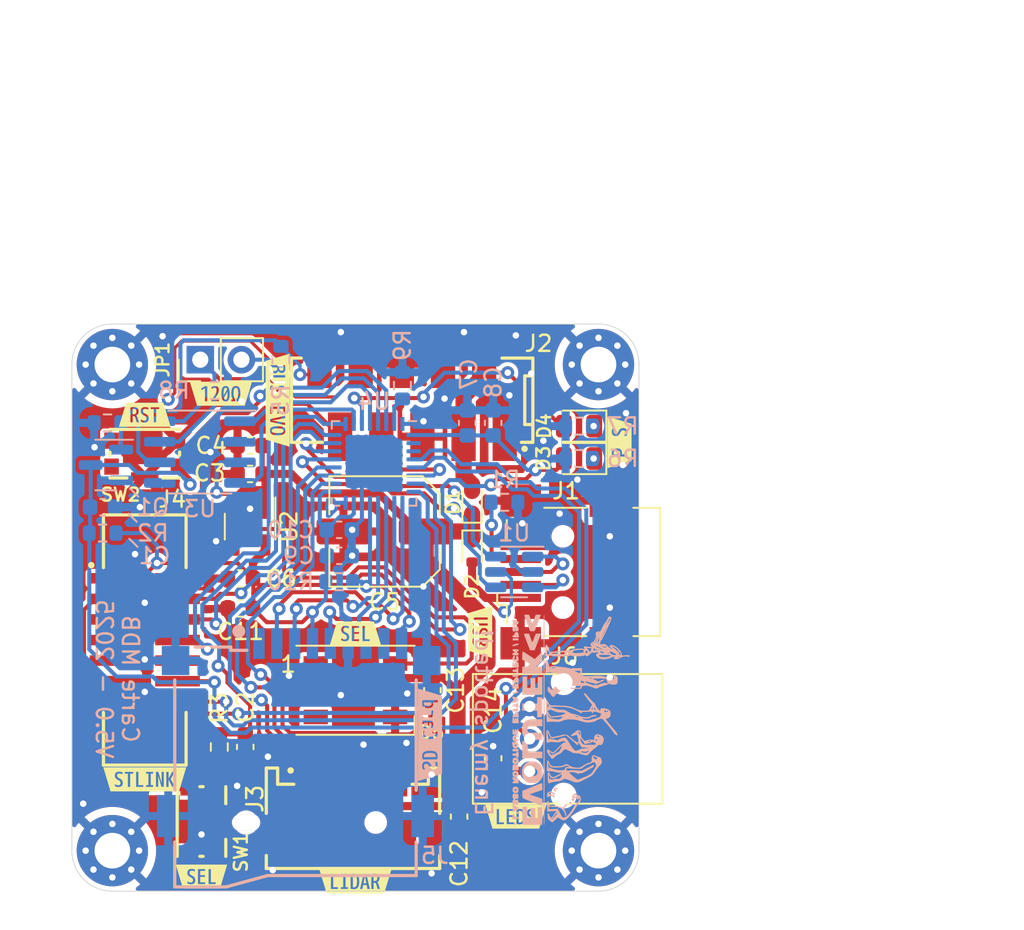
<source format=kicad_pcb>
(kicad_pcb (version 20221018) (generator pcbnew)
  (layers (0 "F.Cu" signal) (31 "B.Cu" signal) (34 "B.Paste" user) (35 "F.Paste" user) (36 "B.SilkS" user "B.Silkscreen") (37 "F.SilkS" user "F.Silkscreen") (38 "B.Mask" user) (39 "F.Mask" user) (44 "Edge.Cuts" user))
  (net 0 "")
  (net 1 "+5V")
  (net 2 "GND")
  (net 3 "/~{RST}")
  (net 4 "+3.3V")
  (net 5 "Net-(D3-K)")
  (net 6 "Net-(D4-K)")
  (net 7 "/STATUS")
  (net 8 "+5VA")
  (net 9 "VBUS")
  (net 10 "Net-(J1-D-)")
  (net 11 "Net-(J1-D+)")
  (net 12 "/AU")
  (net 13 "/RST")
  (net 14 "/CANH")
  (net 15 "/CANL")
  (net 16 "/LEDS")
  (net 17 "/LIDAR_RX")
  (net 18 "/LIDAR_TX")
  (net 19 "/LIDAR_PWM")
  (net 22 "/SWDIO")
  (net 23 "/SWCLK")
  (net 24 "/SWO")
  (net 27 "/VCP_RX")
  (net 28 "/VCP_TX")
  (net 29 "Net-(J1-ID)")
  (net 32 "Net-(JP1-B)")
  (net 33 "/LIDAR_SELECT")
  (net 38 "/CAN_TX")
  (net 39 "/CAN_RX")
  (net 40 "Net-(U3-Rs)")
  (net 42 "Net-(U4-PB8)")
  (net 44 "/USB_D-")
  (net 45 "/USB_D+")
  (net 48 "/SPI_NSS")
  (net 49 "/SPI_MOSI")
  (net 50 "/SPI_SCK")
  (net 51 "/SPI_MISO")
  (net 53 "/CD")
  (net 54 "/LIDAR_LED")
  (footprint "ConnectorsEvo:S03B-PASK" (layer "F.Cu") (at 110.75 108.1 -90)
    (fp_text reference "J6")
    (fp_text value "Leds")
  )
  (footprint "MountingHole:MountingHole_2.2mm_M2_Pad_Via" (layer "F.Cu") (at 85 115)
    (fp_text reference "H3" hide)
    (fp_text value "MountingHole_Pad")
  )
  (footprint "Capacitor_SMD:C_0603_1608Metric" (layer "F.Cu") (at 106.4 112.9 -90)
    (fp_text reference "C12")
    (fp_text value "4.7uF")
  )
  (footprint "kibuzzard-67293797" (layer "F.Cu") (at 87 88.1)
    (fp_text reference "kibuzzard-67293797" hide)
    (fp_text value "G***" hide)
  )
  (footprint "MountingHole:MountingHole_2.2mm_M2_Pad_Via" (layer "F.Cu") (at 85 85)
    (fp_text reference "H1" hide)
    (fp_text value "MountingHole_Pad")
  )
  (footprint "Capacitor_SMD:C_0603_1608Metric" (layer "F.Cu") (at 93.5 91.75 180)
    (fp_text reference "C3")
    (fp_text value "1uF")
  )
  (footprint "Capacitor_SMD:C_0603_1608Metric" (layer "F.Cu") (at 92.9 98.2 180)
    (fp_text reference "C6")
    (fp_text value "1uF")
  )
  (footprint "kibuzzard-67293975" (layer "F.Cu") (at 107.7 101.5 -90)
    (fp_text reference "kibuzzard-67293975" hide)
    (fp_text value "G***" hide)
  )
  (footprint "MountingHole:MountingHole_2.2mm_M2_Pad_Via" (layer "F.Cu") (at 115 115)
    (fp_text reference "H4" hide)
    (fp_text value "MountingHole_Pad")
  )
  (footprint "kibuzzard-6729394F" (layer "F.Cu") (at 116.3 89.8 90)
    (fp_text reference "kibuzzard-6729394F" hide)
    (fp_text value "G***" hide)
  )
  (footprint "Diode_SMD:D_SOD-523" (layer "F.Cu") (at 107.2 93.5 90)
    (fp_text reference "D1")
    (fp_text value "D")
  )
  (footprint "Capacitor_SMD:C_0603_1608Metric" (layer "F.Cu") (at 108.5 109.3 90)
    (fp_text reference "C14")
    (fp_text value "4.7uF")
  )
  (footprint "kibuzzard-67293839" (layer "F.Cu") (at 87 110.6)
    (fp_text reference "kibuzzard-67293839" hide)
    (fp_text value "G***" hide)
  )
  (footprint "ComponentsEvo:435431019830" (layer "F.Cu") (at 90.5 113.2 -90)
    (fp_text reference "SW1")
    (fp_text value "435431019830")
  )
  (footprint "Capacitor_SMD:C_0603_1608Metric" (layer "F.Cu") (at 104.75 105.1 -90)
    (fp_text reference "C13")
    (fp_text value "100nF")
  )
  (footprint "kibuzzard-672939DE" (layer "F.Cu") (at 100 101.6)
    (fp_text reference "kibuzzard-672939DE" hide)
    (fp_text value "G***" hide)
  )
  (footprint "ConnectorsEvo:648105131822" (layer "F.Cu") (at 99.85 113)
    (fp_text reference "J3")
    (fp_text value "Lidar")
  )
  (footprint "Connector_PinHeader_2.54mm:PinHeader_1x02_P2.54mm_Vertical" (layer "F.Cu") (at 90.425 84.7 90)
    (fp_text reference "JP1")
    (fp_text value "Jumper_2_Open")
  )
  (footprint "kibuzzard-672938AE" (layer "F.Cu") (at 91.7 86.8)
    (fp_text reference "kibuzzard-672938AE" hide)
    (fp_text value "G***" hide)
  )
  (footprint "ConnectorsEvo:USB_Mini-B_Wuerth_65100516121_Horizontal" (layer "F.Cu") (at 112.8 97.8 90)
    (fp_text reference "J1")
    (fp_text value "USB_B_Mini")
  )
  (footprint "LED_SMD:LED_WS2812B_PLCC4_5.0x5.0mm_P3.2mm" (layer "F.Cu") (at 100 105.1)
    (fp_text reference "D5")
    (fp_text value "WS2812B")
  )
  (footprint "Diode_SMD:D_SOD-523" (layer "F.Cu") (at 107.2 96.5 -90)
    (fp_text reference "D2")
    (fp_text value "D")
  )
  (footprint "kibuzzard-67293907" (layer "F.Cu") (at 95.2 87.2 -90)
    (fp_text reference "kibuzzard-67293907" hide)
    (fp_text value "G***" hide)
  )
  (footprint "kibuzzard-67293826" (layer "F.Cu") (at 90.5 116.6)
    (fp_text reference "kibuzzard-67293826" hide)
    (fp_text value "G***" hide)
  )
  (footprint "ConnectorsEvo:62701420621" (layer "F.Cu") (at 87 102 -90)
    (fp_text reference "J4")
    (fp_text value "STLINK")
  )
  (footprint "LED_SMD:LED_0805_2012Metric" (layer "F.Cu") (at 113.8 90.8 180)
    (fp_text reference "D3")
    (fp_text value "RED")
  )
  (footprint "LED_SMD:LED_0805_2012Metric" (layer "F.Cu") (at 113.8 88.8 180)
    (fp_text reference "D4")
    (fp_text value "GREEN")
  )
  (footprint "Package_TO_SOT_SMD:SOT-23-5" (layer "F.Cu") (at 93.5 95 -90)
    (fp_text reference "U2")
    (fp_text value "NCP718xSN330")
  )
  (footprint "kibuzzard-67293773" (layer "F.Cu") (at 100 116.9)
    (fp_text reference "kibuzzard-67293773" hide)
    (fp_text value "G***" hide)
  )
  (footprint "Capacitor_SMD:C_0603_1608Metric" (layer "F.Cu") (at 92.9 100.05 180)
    (fp_text reference "C11")
    (fp_text value "100nF")
  )
  (footprint "ComponentsEvo:435431019840" (layer "F.Cu") (at 87 90.5 180)
    (fp_text reference "SW2")
    (fp_text value "435431019840")
  )
  (footprint "kibuzzard-672938F5" (layer "F.Cu") (at 109.9 112.9)
    (fp_text reference "kibuzzard-672938F5" hide)
    (fp_text value "G***" hide)
  )
  (footprint "Capacitor_SMD:C_0603_1608Metric" (layer "F.Cu") (at 93.5 90 180)
    (fp_text reference "C4")
    (fp_text value "100nF")
  )
  (footprint "MountingHole:MountingHole_2.2mm_M2_Pad_Via" (layer "F.Cu") (at 115 85)
    (fp_text reference "H2" hide)
    (fp_text value "MountingHole_Pad")
  )
  (footprint "Capacitor_SMD:C_Elec_6.3x7.7" (layer "F.Cu") (at 101.8 95.3 180)
    (fp_text reference "C5")
    (fp_text value "100uF")
  )
  (footprint "Resistor_SMD:R_0603_1608Metric" (layer "F.Cu") (at 91.6 108.6 -90)
    (fp_text reference "R3")
    (fp_text value "10k")
  )
  (footprint "ConnectorsEvo:690367281076" (layer "F.Cu") (at 103.5 87.2 180)
    (fp_text reference "J2")
    (fp_text value "Conn_02x05_Odd_Even")
  )
  (footprint "Capacitor_SMD:C_0603_1608Metric" (layer "F.Cu") (at 93.2 108.6 -90)
    (fp_text reference "C2")
    (fp_text value "100nF")
  )
  (footprint "Resistor_SMD:R_0603_1608Metric" (layer "B.Cu") (at 102.9 86.3 90)
    (fp_text reference "R9")
    (fp_text value "10k")
  )
  (footprint "Resistor_SMD:R_0603_1608Metric" (layer "B.Cu") (at 113.8 88.8 180)
    (fp_text reference "R7")
    (fp_text value "1k")
  )
  (footprint "Resistor_SMD:R_0603_1608Metric" (layer "B.Cu") (at 99 98.4)
    (fp_text reference "R10")
    (fp_text value "10k")
  )
  (footprint "Capacitor_SMD:C_0603_1608Metric" (layer "B.Cu") (at 108.5 88.6 90)
    (fp_text reference "C8")
    (fp_text value "100nF")
  )
  (footprint "Resistor_SMD:R_0603_1608Metric" (layer "B.Cu") (at 84.4 95.4 180)
    (fp_text reference "R2")
    (fp_text value "10k")
  )
  (footprint "ComponentsEvo:QFN-32-1EP_5x5mm_P0.5mm_EP3.45x3.45mm-Without thermal pad" (layer "B.Cu") (at 101.15 91.1 180)
    (fp_text reference "U4")
    (fp_text value "STM32G491KEUx")
  )
  (footprint "Capacitor_SMD:C_0603_1608Metric" (layer "B.Cu") (at 84.4 93.8)
    (fp_text reference "C1")
    (fp_text value "100nF")
  )
  (footprint "Capacitor_SMD:C_0603_1608Metric" (layer "B.Cu") (at 99 96.8)
    (fp_text reference "C9")
    (fp_text value "100nF")
  )
  (footprint "Resistor_SMD:R_0603_1608Metric" (layer "B.Cu") (at 113.8 90.8 180)
    (fp_text reference "R6")
    (fp_text value "510")
  )
  (footprint "Resistor_SMD:R_0603_1608Metric" (layer "B.Cu") (at 109.2 93.5)
    (fp_text reference "R1")
    (fp_text value "10k")
  )
  (footprint "Package_TO_SOT_SMD:SOT-23" (layer "B.Cu") (at 84.6 91.2 180)
    (fp_text reference "Q1")
    (fp_text value "Q_NMOS_GSD")
  )
  (footprint "Capacitor_SMD:C_0603_1608Metric" (layer "B.Cu") (at 99 95.2)
    (fp_text reference "C10")
    (fp_text value "10nF")
  )
  (footprint "Package_SO:SOIC-8_3.9x4.9mm_P1.27mm" (layer "B.Cu") (at 90.4 90.4 180)
    (fp_text reference "U3")
    (fp_text value "MCP2551-I-SN")
  )
  (footprint "ConnectorsEvo:693071020811" (layer "B.Cu") (at 96.3 113.265 180)
    (fp_text reference "J5")
    (fp_text value "Micro_SD_Card_Det1")
    (fp_line (start 2.7 -0.5) (end 3.4 -0.5) (stroke (width 0.01)) (layer "Edge.Cuts"))
    (fp_line (start 3.4 0.5) (end 2.7 0.5) (stroke (width 0.01)) (layer "Edge.Cuts"))
    (fp_arc (start 2.7 0.5) (mid 2.2 0) (end 2.7 -0.5) (stroke (width 0.01)) (layer "Edge.Cuts"))
    (fp_arc (start 3.4 -0.5) (mid 3.9 0) (end 3.4 0.5) (stroke (width 0.01)) (layer "Edge.Cuts"))
  )
  (footprint "Resistor_SMD:R_0603_1608Metric" (layer "B.Cu") (at 95.4 84.7 -90)
    (fp_text reference "R5")
    (fp_text value "120")
  )
  (footprint "ComponentsEvo:logo-evo-min" (layer "B.Cu") (at 113.439233 106.823673 90)
    (fp_text reference "G***" hide)
    (fp_text value "LOGO" hide)
  )
  (footprint "Resistor_SMD:R_0603_1608Metric" (layer "B.Cu") (at 84.7 88.6 180)
    (fp_text reference "R4" hide)
    (fp_text value "10k")
  )
  (footprint "Package_TO_SOT_SMD:SOT-23-6" (layer "B.Cu") (at 109.8 97.8 180)
    (fp_text reference "U1")
    (fp_text value "WE-TVS-82400102")
  )
  (footprint "Capacitor_SMD:C_0603_1608Metric" (layer "B.Cu") (at 106.9 88.6 90)
    (fp_text reference "C7")
    (fp_text value "10uF")
  )
  (footprint "kibuzzard-672956A1" (layer "B.Cu") (at 104.6 107.85 90)
    (fp_text reference "kibuzzard-672956A1" hide)
    (fp_text value "G***" hide)
  )
  (footprint "Resistor_SMD:R_0603_1608Metric" (layer "B.Cu") (at 91.3 86.6 180)
    (fp_text reference "R8")
    (fp_text value "0")
  )
  (gr_line (start 86.6 93.15) (end 86.1 92.65) (stroke (width 0.12)) (layer "B.SilkS"))
  (gr_line (start 86.55 96.25) (end 86.05 95.75) (stroke (width 0.12)) (layer "B.SilkS"))
  (gr_line (start 86.5 94.7) (end 86 94.2) (stroke (width 0.12)) (layer "B.SilkS"))
  (gr_line (start 85 82.5) (end 115 82.5) (stroke (width 0.05)) (layer "Edge.Cuts"))
  (gr_line (start 117.5 85) (end 117.5 115) (stroke (width 0.05)) (layer "Edge.Cuts"))
  (gr_arc (start 85 117.5) (mid 83.232233 116.767767) (end 82.5 115) (stroke (width 0.05)) (layer "Edge.Cuts"))
  (gr_arc (start 82.5 85) (mid 83.232233 83.232233) (end 85 82.5) (stroke (width 0.05)) (layer "Edge.Cuts"))
  (gr_arc (start 115 82.5) (mid 116.767767 83.232233) (end 117.5 85) (stroke (width 0.05)) (layer "Edge.Cuts"))
  (gr_line (start 82.5 115) (end 82.5 85) (stroke (width 0.05)) (layer "Edge.Cuts"))
  (gr_arc (start 117.5 115) (mid 116.767767 116.767767) (end 115 117.5) (stroke (width 0.05)) (layer "Edge.Cuts"))
  (gr_line (start 115 117.5) (end 85 117.5) (stroke (width 0.05)) (layer "Edge.Cuts"))
  (gr_text "Carte MDB\nV5.0 - 2025" (at 85.3 104.4 -90) (layer "B.SilkS") (effects (font (size 1 1)) (justify mirror)))
  (gr_text "Enemy spotted!" (at 107.9 107.1 -90) (layer "B.SilkS") (effects (font (size 1 1)) (justify mirror)))
  (segment (start 106.3 105.25) (end 106.3 108.8) (width 1) (layer "F.Cu") (net 1))
  (segment (start 107.1 95.3) (end 107.2 95.2) (width 1) (layer "F.Cu") (net 1))
  (segment (start 108.15 103.4) (end 106.3 105.25) (width 1) (layer "F.Cu") (net 1))
  (segment (start 103.8 95.3) (end 101.45 92.95) (width 0.5) (layer "F.Cu") (net 1))
  (segment (start 106.4 112.125) (end 106.4 108.9) (width 0.5) (layer "F.Cu") (net 1))
  (segment (start 107.575 110.075) (end 108.5 110.075) (width 0.5) (layer "F.Cu") (net 1))
  (segment (start 94.45 92.75) (end 94.45 91.925) (width 0.5) (layer "F.Cu") (net 1))
  (segment (start 91.526911 92.975736) (end 92.875736 92.975736) (width 0.25) (layer "F.Cu") (net 1))
  (segment (start 93.101472 92.75) (end 94.45 92.75) (width 0.5) (layer "F.Cu") (net 1))
  (segment (start 92.55 93.301472) (end 92.875736 92.975736) (width 0.5) (layer "F.Cu") (net 1))
  (segment (start 106.3 105.25) (end 106.3 105.2) (width 0.5) (layer "F.Cu") (net 1))
  (segment (start 96.85 111.3) (end 97.8 112.25) (width 0.5) (layer "F.Cu") (net 1))
  (segment (start 97.8 112.25) (end 106.275 112.25) (width 0.5) (layer "F.Cu") (net 1))
  (segment (start 106.3 105.2) (end 105.425 104.325) (width 0.5) (layer "F.Cu") (net 1))
  (segment (start 107.2 95.2) (end 107.2 95.8) (width 1) (layer "F.Cu") (net 1))
  (segment (start 92.55 93.8625) (end 92.55 93.301472) (width 0.5) (layer "F.Cu") (net 1))
  (segment (start 104.3375 97.0375) (end 108.15 100.85) (width 1) (layer "F.Cu") (net 1))
  (segment (start 104.3375 95.3) (end 107.1 95.3) (width 1) (layer "F.Cu") (net 1))
  (segment (start 92.875736 92.975736) (end 93.101472 92.75) (width 0.5) (layer "F.Cu") (net 1))
  (segment (start 106.3 108.8) (end 107.575 110.075) (width 0.5) (layer "F.Cu") (net 1))
  (segment (start 108.15 100.85) (end 108.15 103.4) (width 1) (layer "F.Cu") (net 1))
  (segment (start 97.55 103.45) (end 97.55 103.55) (width 0.5) (layer "F.Cu") (net 1))
  (segment (start 96.05 91.75) (end 94.275 91.75) (width 0.5) (layer "F.Cu") (net 1))
  (segment (start 104.3375 95.3) (end 103.8 95.3) (width 0.5) (layer "F.Cu") (net 1))
  (segment (start 98.35 104.35) (end 104.725 104.35) (width 0.5) (layer "F.Cu") (net 1))
  (segment (start 94.275 90) (end 94.275 91.75) (width 0.25) (layer "F.Cu") (net 1))
  (segment (start 104.3375 95.3) (end 104.3375 97.0375) (width 1) (layer "F.Cu") (net 1))
  (segment (start 106.275 112.25) (end 106.4 112.125) (width 0.5) (layer "F.Cu") (net 1))
  (segment (start 91.435985 92.88481) (end 91.526911 92.975736) (width 0.25) (layer "F.Cu") (net 1))
  (segment (start 96.85 110.35) (end 96.85 111.3) (width 0.5) (layer "F.Cu") (net 1))
  (segment (start 101.45 92.95) (end 97.25 92.95) (width 0.5) (layer "F.Cu") (net 1))
  (segment (start 94.45 91.925) (end 94.275 91.75) (width 0.5) (layer "F.Cu") (net 1))
  (segment (start 106.4 108.9) (end 106.3 108.8) (width 0.5) (layer "F.Cu") (net 1))
  (segment (start 105.425 104.325) (end 104.75 104.325) (width 0.5) (layer "F.Cu") (net 1))
  (segment (start 94.45 93.8625) (end 94.45 92.75) (width 0.5) (layer "F.Cu") (net 1))
  (segment (start 108.5 110.075) (end 110.575 110.075) (width 0.5) (layer "F.Cu") (net 1))
  (segment (start 107.2 94.2) (end 107.2 95.2) (width 1) (layer "F.Cu") (net 1))
  (segment (start 97.55 103.55) (end 98.35 104.35) (width 0.5) (layer "F.Cu") (net 1))
  (segment (start 110.575 110.075) (end 110.6 110.1) (width 0.5) (layer "F.Cu") (net 1))
  (segment (start 97.25 92.95) (end 96.05 91.75) (width 0.5) (layer "F.Cu") (net 1))
  (via (at 91.435985 92.88481) (size 0.8) (drill 0.4) (layers "F.Cu" "B.Cu") (net 1))
  (segment (start 91.435985 92.88481) (end 91.435985 91.264015) (width 0.25) (layer "B.Cu") (net 1))
  (segment (start 91.665 91.035) (end 92.875 91.035) (width 0.25) (layer "B.Cu") (net 1))
  (segment (start 91.435985 91.264015) (end 91.665 91.035) (width 0.25) (layer "B.Cu") (net 1))
  (segment (start 84.98 104.54) (end 86.84 104.54) (width 0.25) (layer "F.Cu") (net 2))
  (segment (start 91.6 109.425) (end 93.15 109.425) (width 0.5) (layer "F.Cu") (net 2))
  (segment (start 112 96) (end 111.8 96.2) (width 0.2) (layer "F.Cu") (net 2))
  (segment (start 87.05 103.25) (end 87 103.2) (width 0.25) (layer "F.Cu") (net 2))
  (segment (start 110.3 93.5) (end 110.2 93.4) (width 0.5) (layer "F.Cu") (net 2))
  (segment (start 91.335 98.2) (end 90.7 98.835) (width 0.2) (layer "F.Cu") (net 2))
  (segment (start 87.05 104.33) (end 87.05 103.25) (width 0.25) (layer "F.Cu") (net 2))
  (segment (start 92.125 98.2) (end 91.335 98.2) (width 0.2) (layer "F.Cu") (net 2))
  (segment (start 110.3 94.8) (end 110.2 94.9) (width 0.5) (layer "F.Cu") (net 2))
  (segment (start 87.34 98.835) (end 87 99.175) (width 0.2) (layer "F.Cu") (net 2))
  (segment (start 111.8 96.2) (end 110.2 96.2) (width 0.2) (layer "F.Cu") (net 2))
  (segment (start 90.7 98.835) (end 87.34 98.835) (width 0.2) (layer "F.Cu") (net 2))
  (segment (start 110.2 94.9) (end 110.2 96.2) (width 0.5) (layer "F.Cu") (net 2))
  (segment (start 91.6 109.8) (end 92.7 110.9) (width 0.5) (layer "F.Cu") (net 2))
  (segment (start 87 99.175) (end 87 99.7) (width 0.2) (layer "F.Cu") (net 2))
  (segment (start 110.3 94.8) (end 110.3 93.5) (width 0.5) (layer "F.Cu") (net 2))
  (segment (start 112.6 94.2) (end 112 94.8) (width 0.2) (layer "F.Cu") (net 2))
  (segment (start 112 94.8) (end 112 96) (width 0.2) (layer "F.Cu") (net 2))
  (segment (start 91.6 109.425) (end 91.6 109.8) (width 0.5) (layer "F.Cu") (net 2))
  (segment (start 101.35 110.35) (end 101.35 109.306302) (width 0.5) (layer "F.Cu") (net 2))
  (segment (start 93.15 109.425) (end 93.2 109.375) (width 0.5) (layer "F.Cu") (net 2))
  (segment (start 101.35 109.306302) (end 100.5 108.456302) (width 0.5) (layer "F.Cu") (net 2))
  (segment (start 86.84 104.54) (end 87.05 104.33) (width 0.25) (layer "F.Cu") (net 2))
  (segment (start 110.3 94.7) (end 110.3 94.8) (width 0.25) (layer "F.Cu") (net 2))
  (segment (start 92.7 110.9) (end 92.7 111) (width 0.5) (layer "F.Cu") (net 2))
  (via (at 111.6 89.7) (size 0.8) (drill 0.4) (layers "F.Cu" "B.Cu") (net 2))
  (via (at 104.19378 98.692719) (size 0.8) (drill 0.4) (layers "F.Cu" "B.Cu") (net 2))
  (via (at 113.4 103.4) (size 0.8) (drill 0.4) (layers "F.Cu" "B.Cu") (net 2))
  (via (at 106.7 83) (size 0.8) (drill 0.4) (layers "F.Cu" "B.Cu") (net 2))
  (via (at 116.5 91.2) (size 0.8) (drill 0.4) (layers "F.Cu" "B.Cu") (net 2))
  (via (at 83.9 90.1) (size 0.8) (drill 0.4) (layers "F.Cu" "B.Cu") (net 2))
  (via (at 103.2 105.3) (size 0.8) (drill 0.4) (layers "F.Cu" "B.Cu") (net 2))
  (via (at 94.6 109.2) (size 0.8) (drill 0.4) (layers "F.Cu" "B.Cu") (net 2))
  (via (at 87 103.2) (size 0.8) (drill 0.4) (layers "F.Cu" "B.Cu") (net 2))
  (via (at 94.9 116.2) (size 0.8) (drill 0.4) (layers "F.Cu" "B.Cu") (net 2))
  (via (at 115.7 104.3) (size 0.8) (drill 0.4) (layers "F.Cu" "B.Cu") (net 2))
  (via (at 91.05 90.4) (size 0.8) (drill 0.4) (layers "F.Cu" "B.Cu") (net 2))
  (via (at 104.2 88.5) (size 0.8) (drill 0.4) (layers "F.Cu" "B.Cu") (net 2))
  (via (at 99.8 96.8) (size 0.8) (drill 0.4) (layers "F.Cu" "B.Cu") (net 2))
  (via (at 109.9 83.2) (size 0.8) (drill 0.4) (layers "F.Cu" "B.Cu") (net 2))
  (via (at 87 99.7) (size 0.8) (drill 0.4) (layers "F.Cu" "B.Cu") (net 2))
  (via (at 113.7 92.1) (size 0.8) (drill 0.4) (layers "F.Cu" "B.Cu") (net 2))
  (via (at 99.8 95.2) (size 0.8) (drill 0.4) (layers "F.Cu" "B.Cu") (net 2))
  (via (at 93.5 93.9) (size 0.8) (drill 0.4) (layers "F.Cu" "B.Cu") (net 2))
  (via (at 103.15 108.35) (size 0.8) (drill 0.4) (layers "F.Cu" "B.Cu") (net 2))
  (via (at 109.5 86.9) (size 0.8) (drill 0.4) (layers "F.Cu" "B.Cu") (net 2))
  (via (at 92.974315 87.2755) (size 0.8) (drill 0.4) (layers "F.Cu" "B.Cu") (net 2))
  (via (at 107.8 111.4) (size 0.8) (drill 0.4) (layers "F.Cu" "B.Cu") (net 2))
  (via (at 99.1 83) (size 0.8) (drill 0.4) (layers "F.Cu" "B.Cu") (net 2))
  (via (at 86.4 96.7) (size 0.8) (drill 0.4) (layers "F.Cu" "B.Cu") (net 2))
  (via (at 104.7 110.3) (size 0.8) (drill 0.4) (layers "F.Cu" "B.Cu") (net 2))
  (via (at 105.5 87.1) (size 0.8) (drill 0.4) (layers "F.Cu" "B.Cu") (net 2))
  (via (at 87 105.2) (size 0.8) (drill 0.4) (layers "F.Cu" "B.Cu") (net 2))
  (via (at 86.7 93.8) (size 0.8) (drill 0.4) (layers "F.Cu" "B.Cu") (net 2))
  (via (at 88.1 83.25) (size 0.8) (drill 0.4) (layers "F.Cu" "B.Cu") (net 2))
  (via (at 115.7 100) (size 0.8) (drill 0.4) (layers "F.Cu" "B.Cu") (net 2))
  (via (at 108.5 108.55) (size 0.8) (drill 0.4) (layers "F.Cu" "B.Cu") (net 2))
  (via (at 116.7 88) (size 0.8) (drill 0.4) (layers "F.Cu" "B.Cu") (net 2))
  (via (at 98.5245 93.7995) (size 0.8) (drill 0.4) (layers "F.Cu" "B.Cu") (net 2))
  (via (at 83.2 112.1) (size 0.8) (drill 0.4) (layers "F.Cu" "B.Cu") (net 2))
  (via (at 90.5 114) (size 0.8) (drill 0.4) (layers "F.Cu" "B.Cu") (net 2))
  (via (at 92.7 111) (size 0.8) (drill 0.4) (layers "F.Cu" "B.Cu") (net 2))
  (via (at 91.4 95.9) (size 0.8) (drill 0.4) (layers "F.Cu" "B.Cu") (net 2))
  (via (at 99.1 105.4) (size 0.8) (drill 0.4) (layers "F.Cu" "B.Cu") (net 2))
  (via (at 115.7 95.6) (size 0.8) (drill 0.4) (layers "F.Cu" "B.Cu") (net 2))
  (via (at 110.3 94.8) (size 0.8) (drill 0.4) (layers "F.Cu" "B.Cu") (net 2))
  (via (at 104.7 116.4) (size 0.8) (drill 0.4) (layers "F.Cu" "B.Cu") (net 2))
  (via (at 110.85 85.55) (size 0.8) (drill 0.4) (layers "F.Cu" "B.Cu") (net 2))
  (via (at 112.6 94.2) (size 0.8) (drill 0.4) (layers "F.Cu" "B.Cu") (net 2))
  (via (at 100.5 108.456302) (size 0.8) (drill 0.4) (layers "F.Cu" "B.Cu") (net 2))
  (via (at 95.9 104.2) (size 0.8) (drill 0.4) (layers "F.Cu" "B.Cu") (net 2))
  (segment (start 83.2 90.1) (end 82.625 90.675) (width 0.2) (layer "B.Cu") (net 2))
  (segment (start 99.1 97.475) (end 99.775 96.8) (width 0.25) (layer "B.Cu") (net 2))
  (segment (start 99.775 96.8) (end 99.8 96.8) (width 0.25) (layer "B.Cu") (net 2))
  (segment (start 84.25 92.75) (end 85.175 93.675) (width 0.25) (layer "B.Cu") (net 2))
  (segment (start 84.3 92.15) (end 84.25 92.2) (width 0.25) (layer "B.Cu") (net 2))
  (segment (start 103.95 105.3) (end 103.2 105.3) (width 0.5) (layer "B.Cu") (net 2))
  (segment (start 102.9 88.6625) (end 104.0375 88.6625) (width 0.2) (layer "B.Cu") (net 2))
  (segment (start 99.775 95.2) (end 99.775 95.2) (width 0.25) (layer "B.Cu") (net 2))
  (segment (start 99.55 102.215) (end 99.55 100.95) (width 0.25) (layer "B.Cu") (net 2))
  (segment (start 104.4 104.85) (end 103.95 105.3) (width 0.5) (layer "B.Cu") (net 2))
  (segment (start 86.7 93.8) (end 86.7 92.85) (width 0.25) (layer "B.Cu") (net 2))
  (segment (start 98.5245 93.7995) (end 98.7865 93.5375) (width 0.25) (layer "B.Cu") (net 2))
  (segment (start 82.625 111.525) (end 83.2 112.1) (width 0.2) (layer "B.Cu") (net 2))
  (segment (start 110.025 94.525) (end 110.025 93.5) (width 0.25) (layer "B.Cu") (net 2))
  (segment (start 104.4 98.898939) (end 104.4 103.265) (width 0.5) (layer "B.Cu") (net 2))
  (segment (start 99.136836 100.090978) (end 99.120663 100.074805) (width 0.25) (layer "B.Cu") (net 2))
  (segment (start 85.175 93.8) (end 86.7 93.8) (width 0.5) (layer "B.Cu") (net 2))
  (segment (start 82.625 90.675) (end 82.625 111.525) (width 0.2) (layer "B.Cu") (net 2))
  (segment (start 86.7 92.85) (end 86 92.15) (width 0.25) (layer "B.Cu") (net 2))
  (segment (start 99.120663 100.074805) (end 99.120663 98.913125) (width 0.25) (layer "B.Cu") (net 2))
  (segment (start 85.5375 92.15) (end 84.3 92.15) (width 0.25) (layer "B.Cu") (net 2))
  (segment (start 85.175 93.675) (end 85.175 93.8) (width 0.25) (layer "B.Cu") (net 2))
  (segment (start 110.3 94.8) (end 110.025 94.525) (width 0.25) (layer "B.Cu") (net 2))
  (segment (start 99.120663 98.913125) (end 99.1 98.892462) (width 0.25) (layer "B.Cu") (net 2))
  (segment (start 104.0375 88.6625) (end 104.2 88.5) (width 0.2) (layer "B.Cu") (net 2))
  (segment (start 99.775 95.2) (end 99.8 95.2) (width 0.25) (layer "B.Cu") (net 2))
  (segment (start 109.8 97.346751) (end 109.8 95.3) (width 0.25) (layer "B.Cu") (net 2))
  (segment (start 98.7865 93.5375) (end 99.4 93.5375) (width 0.25) (layer "B.Cu") (net 2))
  (segment (start 100.4 94.575) (end 100.4 93.5375) (width 0.25) (layer "B.Cu") (net 2))
  (segment (start 91.685 89.765) (end 91.05 90.4) (width 0.5) (layer "B.Cu") (net 2))
  (segment (start 99.55 100.95) (end 99.136836 100.536836) (width 0.25) (layer "B.Cu") (net 2))
  (segment (start 99.8 95.2) (end 99.8 95.175) (width 0.25) (layer "B.Cu") (net 2))
  (segment (start 86 92.15) (end 85.5375 92.15) (width 0.25) (layer "B.Cu") (net 2))
  (segment (start 99.8 96.8) (end 99.775 95.2) (width 0.25) (layer "B.Cu") (net 2))
  (segment (start 99.136836 100.536836) (end 99.136836 100.090978) (width 0.25) (layer "B.Cu") (net 2))
  (segment (start 110.9375 97.8) (end 110.253249 97.8) (width 0.25) (layer "B.Cu") (net 2))
  (segment (start 104.4 103.265) (end 104.4 104.85) (width 0.5) (layer "B.Cu") (net 2))
  (segment (start 110.253249 97.8) (end 109.8 97.346751) (width 0.25) (layer "B.Cu") (net 2))
  (segment (start 84.25 92.2) (end 84.25 92.75) (width 0.25) (layer "B.Cu") (net 2))
  (segment (start 99.8 95.175) (end 100.4 94.575) (width 0.25) (layer "B.Cu") (net 2))
  (segment (start 92.875 89.765) (end 91.685 89.765) (width 0.5) (layer "B.Cu") (net 2))
  (segment (start 99.1 98.892462) (end 99.1 97.475) (width 0.25) (layer "B.Cu") (net 2))
  (segment (start 109.8 95.3) (end 110.3 94.8) (width 0.25) (layer "B.Cu") (net 2))
  (segment (start 83.9 90.1) (end 83.2 90.1) (width 0.2) (layer "B.Cu") (net 2))
  (segment (start 104.19378 98.692719) (end 104.4 98.898939) (width 0.5) (layer "B.Cu") (net 2))
  (segment (start 89.8 92.4) (end 89.8 92.05) (width 0.25) (layer "F.Cu") (net 3))
  (segment (start 89.02 104.54) (end 91.24 104.54) (width 0.25) (layer "F.Cu") (net 3))
  (segment (start 89.8 92.05) (end 89.05 91.3) (width 0.25) (layer "F.Cu") (net 3))
  (segment (start 91.24 104.54) (end 91.3 104.6) (width 0.25) (layer "F.Cu") (net 3))
  (via (at 91.3 104.6) (size 0.8) (drill 0.4) (layers "F.Cu" "B.Cu") (net 3))
  (via (at 89.8 92.4) (size 0.8) (drill 0.4) (layers "F.Cu" "B.Cu") (net 3))
  (segment (start 93.26175 107.725451) (end 92.289055 107.725451) (width 0.25) (layer "B.Cu") (net 3))
  (segment (start 114.25 101.05) (end 107.9 107.4) (width 0.25) (layer "B.Cu") (net 3))
  (segment (start 87.835 104.6) (end 91.3 104.6) (width 0.25) (layer "B.Cu") (net 3))
  (segment (start 83.6625 93.7625) (end 83.625 93.8) (width 0.25) (layer "B.Cu") (net 3))
  (segment (start 114.25 93.931802) (end 114.25 101.05) (width 0.25) (layer "B.Cu") (net 3))
  (segment (start 110.786396 92.25) (end 111.186396 92.65) (width 0.25) (layer "B.Cu") (net 3))
  (segment (start 83.575 102.575) (end 85.25 104.25) (width 0.25) (layer "B.Cu") (net 3))
  (segment (start 87.485 104.25) (end 87.835 104.6) (width 0.25) (layer "B.Cu") (net 3))
  (segment (start 106.524952 91.15) (end 108.736699 91.15) (width 0.25) (layer "B.Cu") (net 3))
  (segment (start 86.04 91.2) (end 83.6625 91.2) (width 0.25) (layer "B.Cu") (net 3))
  (segment (start 111.186396 92.65) (end 112.968198 92.65) (width 0.25) (layer "B.Cu") (net 3))
  (segment (start 112.968198 92.65) (end 114.25 93.931802) (width 0.25) (layer "B.Cu") (net 3))
  (segment (start 85.25 104.25) (end 87.485 104.25) (width 0.25) (layer "B.Cu") (net 3))
  (segment (start 104.6505 90.2995) (end 105.674452 90.2995) (width 0.25) (layer "B.Cu") (net 3))
  (segment (start 104.1 90.85) (end 104.6505 90.2995) (width 0.25) (layer "B.Cu") (net 3))
  (segment (start 83.575 95.4) (end 83.625 95.35) (width 0.25) (layer "B.Cu") (net 3))
  (segment (start 107.9 107.4) (end 93.587201 107.4) (width 0.25) (layer "B.Cu") (net 3))
  (segment (start 93.587201 107.4) (end 93.26175 107.725451) (width 0.25) (layer "B.Cu") (net 3))
  (segment (start 89.08 91.68) (end 86.52 91.68) (width 0.25) (layer "B.Cu") (net 3))
  (segment (start 89.08 91.68) (end 89.8 92.4) (width 0.25) (layer "B.Cu") (net 3))
  (segment (start 92.289055 107.725451) (end 91.3 106.736396) (width 0.25) (layer "B.Cu") (net 3))
  (segment (start 86.52 91.68) (end 86.04 91.2) (width 0.25) (layer "B.Cu") (net 3))
  (segment (start 108.736699 91.15) (end 109.836699 92.25) (width 0.25) (layer "B.Cu") (net 3))
  (segment (start 83.625 95.35) (end 83.625 93.8) (width 0.25) (layer "B.Cu") (net 3))
  (segment (start 83.575 95.4) (end 83.575 102.575) (width 0.25) (layer "B.Cu") (net 3))
  (segment (start 83.6625 91.2) (end 83.6625 93.7625) (width 0.25) (layer "B.Cu") (net 3))
  (segment (start 109.836699 92.25) (end 110.786396 92.25) (width 0.25) (layer "B.Cu") (net 3))
  (segment (start 105.674452 90.2995) (end 106.524952 91.15) (width 0.25) (layer "B.Cu") (net 3))
  (segment (start 91.3 106.736396) (end 91.3 104.6) (width 0.25) (layer "B.Cu") (net 3))
  (segment (start 103.5875 90.85) (end 104.1 90.85) (width 0.25) (layer "B.Cu") (net 3))
  (segment (start 83.95 111.2) (end 89.65 111.2) (width 0.25) (layer "F.Cu") (net 4))
  (segment (start 104.986396 101.35) (end 101.598945 97.962549) (width 0.25) (layer "F.Cu") (net 4))
  (segment (start 99.737744 98.6) (end 94.2 98.6) (width 0.25) (layer "F.Cu") (net 4))
  (segment (start 112.4 91.5) (end 112.8625 91.0375) (width 0.25) (layer "F.Cu") (net 4))
  (segment (start 87.75 97.25) (end 92.725 97.25) (width 0.25) (layer "F.Cu") (net 4))
  (segment (start 87 98) (end 87.75 97.25) (width 0.25) (layer "F.Cu") (net 4))
  (segment (start 93.675 100.05) (end 93.7 100.025) (width 0.25) (layer "F.Cu") (net 4))
  (segment (start 108.700998 92.075) (end 110.525 92.075) (width 0.25) (layer "F.Cu") (net 4))
  (segment (start 84.98 99.46) (end 83.925 99.46) (width 0.25) (layer "F.Cu") (net 4))
  (segment (start 108.350498 92.4255) (end 108.700998 92.075) (width 0.25) (layer "F.Cu") (net 4))
  (segment (start 101.598945 97.962549) (end 100.375195 97.962549) (width 0.25) (layer "F.Cu") (net 4))
  (segment (start 84.98 99.46) (end 86.065 99.46) (width 0.25) (layer "F.Cu") (net 4))
  (segment (start 94.45 96.45) (end 93.675 97.225) (width 0.5) (layer "F.Cu") (net 4))
  (segment (start 83.25 100.135) (end 83.25 110.5) (width 0.25) (layer "F.Cu") (net 4))
  (segment (start 94.525 100.9) (end 93.675 100.05) (width 0.25) (layer "F.Cu") (net 4))
  (segment (start 93.7 98.225) (end 93.675 98.2) (width 0.25) (layer "F.Cu") (net 4))
  (segment (start 97.346403 100.2745) (end 96.720903 100.9) (width 0.25) (layer "F.Cu") (net 4))
  (segment (start 93.7 100.025) (end 93.7 99.1) (width 0.25) (layer "F.Cu") (net 4))
  (segment (start 93.675 97.225) (end 93.675 98.2) (width 0.5) (layer "F.Cu") (net 4))
  (segment (start 110.525 92.075) (end 111.1 91.5) (width 0.25) (layer "F.Cu") (net 4))
  (segment (start 106.45 101.35) (end 104.986396 101.35) (width 0.25) (layer "F.Cu") (net 4))
  (segment (start 111.1 91.5) (end 112.4 91.5) (width 0.25) (layer "F.Cu") (net 4))
  (segment (start 112.8625 91.0375) (end 112.8625 90.8) (width 0.25) (layer "F.Cu") (net 4))
  (segment (start 86.065 99.46) (end 87 98.525) (width 0.25) (layer "F.Cu") (net 4))
  (segment (start 89.65 111.2) (end 89.7 111.15) (width 0.25) (layer "F.Cu") (net 4))
  (segment (start 94.2 98.6) (end 93.7 99.1) (width 0.25) (layer "F.Cu") (net 4))
  (segment (start 83.925 99.46) (end 83.25 100.135) (width 0.25) (layer "F.Cu") (net 4))
  (segment (start 96.720903 100.9) (end 94.525 100.9) (width 0.25) (layer "F.Cu") (net 4))
  (segment (start 87 98.525) (end 87 98) (width 0.25) (layer "F.Cu") (net 4))
  (segment (start 94.45 96.1375) (end 94.45 96.45) (width 0.5) (layer "F.Cu") (net 4))
  (segment (start 93.7 99.1) (end 93.7 98.225) (width 0.25) (layer "F.Cu") (net 4))
  (segment (start 92.725 97.25) (end 93.675 98.2) (width 0.25) (layer "F.Cu") (net 4))
  (segment (start 83.25 110.5) (end 83.95 111.2) (width 0.25) (layer "F.Cu") (net 4))
  (segment (start 100.375195 97.962549) (end 99.737744 98.6) (width 0.25) (layer "F.Cu") (net 4))
  (via (at 106.45 101.35) (size 0.8) (drill 0.4) (layers "F.Cu" "B.Cu") (net 4))
  (via (at 97.346403 100.2745) (size 0.8) (drill 0.4) (layers "F.Cu" "B.Cu") (net 4))
  (via (at 111.1 91.5) (size 0.8) (drill 0.4) (layers "F.Cu" "B.Cu") (net 4))
  (via (at 108.350498 92.4255) (size 0.8) (drill 0.4) (layers "F.Cu" "B.Cu") (net 4))
  (via (at 87.75 97.25) (size 0.8) (drill 0.4) (layers "F.Cu" "B.Cu") (net 4))
  (segment (start 98.175 99.445903) (end 98.175 98.4) (width 0.25) (layer "B.Cu") (net 4))
  (segment (start 106.45 101.35) (end 105.9 100.8) (width 0.25) (layer "B.Cu") (net 4))
  (segment (start 99.025 94.4) (end 99.7 94.4) (width 0.25) (layer "B.Cu") (net 4))
  (segment (start 105.9 100.8) (end 105.9 94.706029) (width 0.25) (layer "B.Cu") (net 4))
  (segment (start 108.275998 92.5) (end 108.350498 92.4255) (width 0.25) (layer "B.Cu") (net 4))
  (segment (start 97.346403 100.2745) (end 97.35 100.278097) (width 0.25) (layer "B.Cu") (net 4))
  (segment (start 99.7 94.4) (end 99.9 94.2) (width 0.25) (layer "B.Cu") (net 4))
  (segment (start 98.225 95.2) (end 98.225 96.8) (width 0.25) (layer "B.Cu") (net 4))
  (segment (start 108.5 89.4) (end 108.5 89.375) (width 0.25) (layer "B.Cu") (net 4))
  (segment (start 87 95.4) (end 87.75 96.15) (width 0.25) (layer "B.Cu") (net 4))
  (segment (start 97.8 93.1) (end 98.05 92.85) (width 0.25) (layer "B.Cu") (net 4))
  (segment (start 87.75 96.15) (end 87.75 97.25) (width 0.25) (layer "B.Cu") (net 4))
  (segment (start 98.225 98.35) (end 98.175 98.4) (width 0.25) (layer "B.Cu") (net 4))
  (segment (start 97.35 100.278097) (end 97.35 100.85) (width 0.25) (layer "B.Cu") (net 4))
  (segment (start 106.875 89.35) (end 106.9 89.375) (width 0.25) (layer "B.Cu") (net 4))
  (segment (start 97.35 100.85) (end 97.35 100.270903) (width 0.25) (layer "B.Cu") (net 4))
  (segment (start 98.225 96.8) (end 98.225 98.35) (width 0.25) (layer "B.Cu") (net 4))
  (segment (start 98.225 95.2) (end 99.025 94.4) (width 0.25) (layer "B.Cu") (net 4))
  (segment (start 105.359638 94.165667) (end 105.359638 92.569099) (width 0.25) (layer "B.Cu") (net 4))
  (segment (start 105.9 94.706029) (end 105.359638 94.165667) (width 0.25) (layer "B.Cu") (net 4))
  (segment (start 99.9 94.2) (end 99.9 93.5375) (width 0.25) (layer "B.Cu") (net 4))
  (segment (start 110.6 91.5) (end 108.5 89.4) (width 0.25) (layer "B.Cu") (net 4))
  (segment (start 105.359638 92.569099) (end 105.799252 92.129485) (width 0.25) (layer "B.Cu") (net 4))
  (segment (start 111.1 91.5) (end 110.6 91.5) (width 0.25) (layer "B.Cu") (net 4))
  (segment (start 98.05 92.85) (end 98.7125 92.85) (width 0.25) (layer "B.Cu") (net 4))
  (segment (start 105.799252 92.129485) (end 106.429485 92.129485) (width 0.25) (layer "B.Cu") (net 4))
  (segment (start 85.225 95.4) (end 87 95.4) (width 0.25) (layer "B.Cu") (net 4))
  (segment (start 97.35 102.215) (end 97.35 100.85) (width 0.25) (layer "B.Cu") (net 4))
  (segment (start 103.5875 89.35) (end 106.875 89.35) (width 0.25) (layer "B.Cu") (net 4))
  (segment (start 97.8 94.775) (end 97.8 93.1) (width 0.25) (layer "B.Cu") (net 4))
  (segment (start 106.429485 92.129485) (end 106.8 92.5) (width 0.25) (layer "B.Cu") (net 4))
  (segment (start 98.225 95.2) (end 97.8 94.775) (width 0.25) (layer "B.Cu") (net 4))
  (segment (start 97.35 100.270903) (end 98.175 99.445903) (width 0.25) (layer "B.Cu") (net 4))
  (segment (start 106.8 92.5) (end 108.275998 92.5) (width 0.25) (layer "B.Cu") (net 4))
  (segment (start 108.5 89.375) (end 106.9 89.375) (width 0.25) (layer "B.Cu") (net 4))
  (via (at 114.7 90.8) (size 0.8) (drill 0.4) (layers "F.Cu" "B.Cu") (net 5))
  (via (at 114.7 88.8) (size 0.8) (drill 0.4) (layers "F.Cu" "B.Cu") (net 6))
  (segment (start 112.7 88.8) (end 112.8625 88.8) (width 0.25) (layer "F.Cu") (net 7))
  (segment (start 99.928171 87.068221) (end 104.131779 87.068221) (width 0.25) (layer "F.Cu") (net 7))
  (segment (start 109.4 85.5) (end 112.7 88.8) (width 0.25) (layer "F.Cu") (net 7))
  (segment (start 104.131779 87.068221) (end 104.2 87) (width 0.25) (layer "F.Cu") (net 7))
  (via (at 99.928171 87.068221) (size 0.8) (drill 0.4) (layers "F.Cu" "B.Cu") (net 7))
  (via (at 109.4 85.5) (size 0.8) (drill 0.4) (layers "F.Cu" "B.Cu") (net 7))
  (via (at 104.2 87) (size 0.8) (drill 0.4) (layers "F.Cu" "B.Cu") (net 7))
  (segment (start 104.2 86.8) (end 104.2 87) (width 0.25) (layer "B.Cu") (net 7))
  (segment (start 105.5 85.5) (end 104.2 86.8) (width 0.25) (layer "B.Cu") (net 7))
  (segment (start 100.4 87.54005) (end 100.4 88.6625) (width 0.25) (layer "B.Cu") (net 7))
  (segment (start 99.928171 87.068221) (end 100.4 87.54005) (width 0.25) (layer "B.Cu") (net 7))
  (segment (start 109.4 85.5) (end 105.5 85.5) (width 0.25) (layer "B.Cu") (net 7))
  (segment (start 106.675 89.45) (end 106.675 86.95) (width 1) (layer "F.Cu") (net 8))
  (segment (start 106.675 91.875) (end 107.2 92.4) (width 1) (layer "F.Cu") (net 8))
  (segment (start 106.675 89.45) (end 106.675 91.875) (width 1) (layer "F.Cu") (net 8))
  (segment (start 106.675 86.95) (end 107.945 85.68) (width 1) (layer "F.Cu") (net 8))
  (segment (start 107.945 85.68) (end 107.945 84.95) (width 1) (layer "F.Cu") (net 8))
  (segment (start 107.2 92.4) (end 107.2 92.8) (width 1) (layer "F.Cu") (net 8))
  (segment (start 109.2 100.25) (end 108.893502 100.25) (width 0.2) (layer "F.Cu") (net 9))
  (segment (start 107.2 98.556498) (end 107.2 97.2) (width 0.5) (layer "F.Cu") (net 9))
  (segment (start 108.043502 99.4) (end 107.2 98.556498) (width 0.5) (layer "F.Cu") (net 9))
  (segment (start 110.2 99.4) (end 108.043502 99.4) (width 0.5) (layer "F.Cu") (net 9))
  (segment (start 108.893502 100.25) (end 108.043502 99.4) (width 0.2) (layer "F.Cu") (net 9))
  (via (at 109.2 100.25) (size 0.8) (drill 0.4) (layers "F.Cu" "B.Cu") (net 9))
  (segment (start 109.625 99.825) (end 109.625 98.225) (width 0.2) (layer "B.Cu") (net 9))
  (segment (start 109.625 98.225) (end 109.2 97.8) (width 0.2) (layer "B.Cu") (net 9))
  (segment (start 109.2 100.25) (end 109.625 99.825) (width 0.2) (layer "B.Cu") (net 9))
  (segment (start 109.2 97.8) (end 108.6625 97.8) (width 0.2) (layer "B.Cu") (net 9))
  (segment (start 112.5 98.6) (end 112.8 98.3) (width 0.25) (layer "F.Cu") (net 10))
  (segment (start 110.2 98.6) (end 112.5 98.6) (width 0.25) (layer "F.Cu") (net 10))
  (via (at 112.8 98.3) (size 0.8) (drill 0.4) (layers "F.Cu" "B.Cu") (net 10))
  (segment (start 112.35 98.75) (end 112.8 98.3) (width 0.25) (layer "B.Cu") (net 10))
  (segment (start 110.9375 98.75) (end 112.35 98.75) (width 0.25) (layer "B.Cu") (net 10))
  (segment (start 110.2 97.8) (end 112.1 97.8) (width 0.25) (layer "F.Cu") (net 11))
  (segment (start 112.6 97.3) (end 112.8 97.3) (width 0.25) (layer "F.Cu") (net 11))
  (segment (start 112.1 97.8) (end 112.6 97.3) (width 0.25) (layer "F.Cu") (net 11))
  (via (at 112.8 97.3) (size 0.8) (drill 0.4) (layers "F.Cu" "B.Cu") (net 11))
  (segment (start 112.8 97.3) (end 112.35 96.85) (width 0.25) (layer "B.Cu") (net 11))
  (segment (start 112.35 96.85) (end 110.9375 96.85) (width 0.25) (layer "B.Cu") (net 11))
  (segment (start 101.595 90.195) (end 101.595 89.45) (width 0.25) (layer "F.Cu") (net 12))
  (segment (start 105.194679 91.480722) (end 102.880722 91.480722) (width 0.25) (layer "F.Cu") (net 12))
  (segment (start 102.880722 91.480722) (end 101.595 90.195) (width 0.25) (layer "F.Cu") (net 12))
  (via (at 105.194679 91.480722) (size 0.8) (drill 0.4) (layers "F.Cu" "B.Cu") (net 12))
  (segment (start 105.194679 91.480722) (end 104.825401 91.85) (width 0.25) (layer "B.Cu") (net 12))
  (segment (start 104.825401 91.85) (end 103.5875 91.85) (width 0.25) (layer "B.Cu") (net 12))
  (segment (start 88.45 87.1455) (end 88.85 86.7455) (width 0.2) (layer "F.Cu") (net 13))
  (segment (start 96.30104 87) (end 98.8 87) (width 0.2) (layer "F.Cu") (net 13))
  (segment (start 95.85 85.875) (end 95.85 86.54896) (width 0.2) (layer "F.Cu") (net 13))
  (segment (start 88.85 86.7455) (end 88.85 83.975) (width 0.2) (layer "F.Cu") (net 13))
  (segment (start 95.85 86.54896) (end 96.30104 87) (width 0.2) (layer "F.Cu") (net 13))
  (segment (start 89.275 83.55) (end 93.525 83.55) (width 0.2) (layer "F.Cu") (net 13))
  (segment (start 98.8 87) (end 100.325 85.475) (width 0.2) (layer "F.Cu") (net 13))
  (segment (start 93.525 83.55) (end 95.85 85.875) (width 0.2) (layer "F.Cu") (net 13))
  (segment (start 88.85 83.975) (end 89.275 83.55) (width 0.2) (layer "F.Cu") (net 13))
  (via (at 88.45 87.1455) (size 0.8) (drill 0.4) (layers "F.Cu" "B.Cu") (net 13))
  (segment (start 85.525 88.6) (end 85.5375 88.6125) (width 0.25) (layer "B.Cu") (net 13))
  (segment (start 88.1505 87.445) (end 86.68 87.445) (width 0.2) (layer "B.Cu") (net 13))
  (segment (start 88.45 87.1455) (end 88.1505 87.445) (width 0.2) (layer "B.Cu") (net 13))
  (segment (start 85.5375 88.6125) (end 85.5375 90.25) (width 0.25) (layer "B.Cu") (net 13))
  (segment (start 86.68 87.445) (end 85.525 88.6) (width 0.2) (layer "B.Cu") (net 13))
  (segment (start 91.625 85.9) (end 94.55 85.9) (width 0.25) (layer "F.Cu") (net 14))
  (segment (start 97.03 87.425) (end 99.055 89.45) (width 0.25) (layer "F.Cu") (net 14))
  (segment (start 90.425 84.7) (end 91.625 85.9) (width 0.25) (layer "F.Cu") (net 14))
  (segment (start 94.55 85.9) (end 96.075 87.425) (width 0.25) (layer "F.Cu") (net 14))
  (segment (start 96.075 87.425) (end 97.03 87.425) (width 0.25) (layer "F.Cu") (net 14))
  (segment (start 91.3 87.566751) (end 91.3 85.575) (width 0.25) (layer "B.Cu") (net 14))
  (segment (start 91.3 85.575) (end 90.425 84.7) (width 0.25) (layer "B.Cu") (net 14))
  (segment (start 87.925 89.765) (end 89.101751 89.765) (width 0.25) (layer "B.Cu") (net 14))
  (segment (start 89.101751 89.765) (end 91.3 87.566751) (width 0.25) (layer "B.Cu") (net 14))
  (segment (start 97.117122 85.617878) (end 97.785 84.95) (width 0.2) (layer "F.Cu") (net 15))
  (segment (start 96.582122 85.617878) (end 97.117122 85.617878) (width 0.2) (layer "F.Cu") (net 15))
  (via (at 96.582122 85.617878) (size 0.8) (drill 0.4) (layers "F.Cu" "B.Cu") (net 15))
  (segment (start 86.6 90.4) (end 86.6 88.173249) (width 0.25) (layer "B.Cu") (net 15))
  (segment (start 89.2 83.7) (end 89.4 83.5) (width 0.25) (layer "B.Cu") (net 15))
  (segment (start 96.582122 85.057122) (end 95.4 83.875) (width 0.2) (layer "B.Cu") (net 15))
  (segment (start 86.6 88.173249) (end 86.903249 87.87) (width 0.25) (layer "B.Cu") (net 15))
  (segment (start 87.925 91.035) (end 87.235 91.035) (width 0.25) (layer "B.Cu") (net 15))
  (segment (start 86.903249 87.87) (end 88.93 87.87) (width 0.25) (layer "B.Cu") (net 15))
  (segment (start 88.93 87.87) (end 89.2 87.6) (width 0.25) (layer "B.Cu") (net 15))
  (segment (start 96.582122 85.617878) (end 96.582122 85.057122) (width 0.2) (layer "B.Cu") (net 15))
  (segment (start 89.4 83.5) (end 95.025 83.5) (width 0.25) (layer "B.Cu") (net 15))
  (segment (start 89.2 87.6) (end 89.2 83.7) (width 0.25) (layer "B.Cu") (net 15))
  (segment (start 95.025 83.5) (end 95.4 83.875) (width 0.25) (layer "B.Cu") (net 15))
  (segment (start 87.235 91.035) (end 86.6 90.4) (width 0.25) (layer "B.Cu") (net 15))
  (segment (start 109.287701 104.987701) (end 109.287701 106.637701) (width 0.25) (layer "F.Cu") (net 16))
  (segment (start 109.287701 106.637701) (end 110.75 108.1) (width 0.25) (layer "F.Cu") (net 16))
  (via (at 109.287701 104.987701) (size 0.8) (drill 0.4) (layers "F.Cu" "B.Cu") (net 16))
  (segment (start 108.550303 91.6) (end 106.338556 91.6) (width 0.25) (layer "B.Cu") (net 16))
  (segment (start 113.8 94.118198) (end 112.781802 93.1) (width 0.25) (layer "B.Cu") (net 16))
  (segment (start 113.8 100.863604) (end 113.8 94.118198) (width 0.25) (layer "B.Cu") (net 16))
  (segment (start 104.236396 91.35) (end 103.5875 91.35) (width 0.25) (layer "B.Cu") (net 16))
  (segment (start 112.781802 93.1) (end 111 93.1) (width 0.25) (layer "B.Cu") (net 16))
  (segment (start 111 93.1) (end 110.6 92.7) (width 0.25) (layer "B.Cu") (net 16))
  (segment (start 109.675903 104.987701) (end 113.8 100.863604) (width 0.25) (layer "B.Cu") (net 16))
  (segment (start 106.338556 91.6) (end 105.488056 90.7495) (width 0.25) (layer "B.Cu") (net 16))
  (segment (start 109.650303 92.7) (end 108.550303 91.6) (width 0.25) (layer "B.Cu") (net 16))
  (segment (start 110.6 92.7) (end 109.650303 92.7) (width 0.25) (layer "B.Cu") (net 16))
  (segment (start 104.836896 90.7495) (end 104.236396 91.35) (width 0.25) (layer "B.Cu") (net 16))
  (segment (start 109.287701 104.987701) (end 109.675903 104.987701) (width 0.25) (layer "B.Cu") (net 16))
  (segment (start 105.488056 90.7495) (end 104.836896 90.7495) (width 0.25) (layer "B.Cu") (net 16))
  (segment (start 94.55 106.05) (end 94.55 107.586396) (width 0.25) (layer "F.Cu") (net 17))
  (segment (start 94.2 105.7) (end 94.55 106.05) (width 0.25) (layer "F.Cu") (net 17))
  (segment (start 94.55 107.586396) (end 95.663604 108.7) (width 0.25) (layer "F.Cu") (net 17))
  (segment (start 98.35 109.55) (end 98.35 110.35) (width 0.25) (layer "F.Cu") (net 17))
  (segment (start 95.663604 108.7) (end 97.5 108.7) (width 0.25) (layer "F.Cu") (net 17))
  (segment (start 97.5 108.7) (end 98.35 109.55) (width 0.25) (layer "F.Cu") (net 17))
  (via (at 94.2 105.7) (size 0.8) (drill 0.4) (layers "F.Cu" "B.Cu") (net 17))
  (segment (start 92.941891 99.858109) (end 93.210237 99.858109) (width 0.25) (layer "B.Cu") (net 17))
  (segment (start 97.640812 91.35) (end 98.7125 91.35) (width 0.25) (layer "B.Cu") (net 17))
  (segment (start 93.3 105.7) (end 92.2495 104.6495) (width 0.25) (layer "B.Cu") (net 17))
  (segment (start 94.2 105.7) (end 93.3 105.7) (width 0.25) (layer "B.Cu") (net 17))
  (segment (start 92.2495 100.5505) (end 92.941891 99.858109) (width 0.25) (layer "B.Cu") (net 17))
  (segment (start 92.2495 104.6495) (end 92.2495 100.5505) (width 0.25) (layer "B.Cu") (net 17))
  (segment (start 95.058688 98.4505) (end 96.45 97.059188) (width 0.25) (layer "B.Cu") (net 17))
  (segment (start 96.45 97.059188) (end 96.45 92.540812) (width 0.25) (layer "B.Cu") (net 17))
  (segment (start 93.210237 99.858109) (end 94.617846 98.4505) (width 0.25) (layer "B.Cu") (net 17))
  (segment (start 94.617846 98.4505) (end 95.058688 98.4505) (width 0.25) (layer "B.Cu") (net 17))
  (segment (start 96.45 92.540812) (end 97.640812 91.35) (width 0.25) (layer "B.Cu") (net 17))
  (segment (start 95 107.4) (end 95.85 108.25) (width 0.25) (layer "F.Cu") (net 18))
  (segment (start 93.546672 104.922073) (end 94.447378 104.922073) (width 0.25) (layer "F.Cu") (net 18))
  (segment (start 98.65 108.25) (end 99.85 109.45) (width 0.25) (layer "F.Cu") (net 18))
  (segment (start 94.447378 104.922073) (end 95 105.474695) (width 0.25) (layer "F.Cu") (net 18))
  (segment (start 99.85 109.45) (end 99.85 110.35) (width 0.25) (layer "F.Cu") (net 18))
  (segment (start 95 105.474695) (end 95 107.4) (width 0.25) (layer "F.Cu") (net 18))
  (segment (start 95.85 108.25) (end 98.65 108.25) (width 0.25) (layer "F.Cu") (net 18))
  (via (at 93.546672 104.922073) (size 0.8) (drill 0.4) (layers "F.Cu" "B.Cu") (net 18))
  (segment (start 92.6995 100.736896) (end 93.128287 100.308109) (width 0.25) (layer "B.Cu") (net 18))
  (segment (start 97.777208 91.85) (end 98.7125 91.85) (width 0.25) (layer "B.Cu") (net 18))
  (segment (start 96.9 92.727208) (end 97.777208 91.85) (width 0.25) (layer "B.Cu") (net 18))
  (segment (start 93.396633 100.308109) (end 94.804242 98.9005) (width 0.25) (layer "B.Cu") (net 18))
  (segment (start 93.522073 104.922073) (end 92.6995 104.0995) (width 0.25) (layer "B.Cu") (net 18))
  (segment (start 96.9 97.245584) (end 96.9 92.727208) (width 0.25) (layer "B.Cu") (net 18))
  (segment (start 92.6995 104.0995) (end 92.6995 100.736896) (width 0.25) (layer "B.Cu") (net 18))
  (segment (start 93.128287 100.308109) (end 93.396633 100.308109) (width 0.25) (layer "B.Cu") (net 18))
  (segment (start 94.804242 98.9005) (end 95.245084 98.9005) (width 0.25) (layer "B.Cu") (net 18))
  (segment (start 93.546672 104.922073) (end 93.522073 104.922073) (width 0.25) (layer "B.Cu") (net 18))
  (segment (start 95.245084 98.9005) (end 96.9 97.245584) (width 0.25) (layer "B.Cu") (net 18))
  (segment (start 95.5 105.338299) (end 95.5 107.263604) (width 0.25) (layer "F.Cu") (net 19))
  (segment (start 94.290423 104.128722) (end 95.5 105.338299) (width 0.25) (layer "F.Cu") (net 19))
  (segment (start 95.968198 107.731802) (end 101.181802 107.731802) (width 0.25) (layer "F.Cu") (net 19))
  (segment (start 94.15462 104.128722) (end 94.290423 104.128722) (width 0.25) (layer "F.Cu") (net 19))
  (segment (start 102.85 109.4) (end 102.85 110.35) (width 0.25) (layer "F.Cu") (net 19))
  (segment (start 101.181802 107.731802) (end 102.85 109.4) (width 0.25) (layer "F.Cu") (net 19))
  (segment (start 95.5 107.263604) (end 95.968198 107.731802) (width 0.25) (layer "F.Cu") (net 19))
  (via (at 94.15462 104.128722) (size 0.8) (drill 0.4) (layers "F.Cu" "B.Cu") (net 19))
  (segment (start 98.7125 92.35) (end 97.913604 92.35) (width 0.25) (layer "B.Cu") (net 19))
  (segment (start 94.990638 99.3505) (end 93.365118 100.97602) (width 0.25) (layer "B.Cu") (net 19))
  (segment (start 97.35 92.913604) (end 97.35 97.43198) (width 0.25) (layer "B.Cu") (net 19))
  (segment (start 95.43148 99.3505) (end 94.990638 99.3505) (width 0.25) (layer "B.Cu") (net 19))
  (segment (start 93.365118 100.97602) (end 93.365118 103.415118) (width 0.25) (layer "B.Cu") (net 19))
  (segment (start 94.078722 104.128722) (end 94.15462 104.128722) (width 0.25) (layer "B.Cu") (net 19))
  (segment (start 97.35 97.43198) (end 95.43148 99.3505) (width 0.25) (layer "B.Cu") (net 19))
  (segment (start 97.913604 92.35) (end 97.35 92.913604) (width 0.25) (layer "B.Cu") (net 19))
  (segment (start 93.365118 103.415118) (end 94.078722 104.128722) (width 0.25) (layer "B.Cu") (net 19))
  (segment (start 91.65 99.15) (end 91.34 99.46) (width 0.25) (layer "F.Cu") (net 22))
  (segment (start 91.34 99.46) (end 89.02 99.46) (width 0.25) (layer "F.Cu") (net 22))
  (segment (start 92.942914 99.100127) (end 92.893041 99.15) (width 0.25) (layer "F.Cu") (net 22))
  (segment (start 92.893041 99.15) (end 91.65 99.15) (width 0.25) (layer "F.Cu") (net 22))
  (via (at 92.942914 99.100127) (size 0.8) (drill 0.4) (layers "F.Cu" "B.Cu") (net 22))
  (segment (start 94.872292 98.0005) (end 94.042541 98.0005) (width 0.25) (layer "B.Cu") (net 22))
  (segment (start 97.95 89.85) (end 97.25302 89.15302) (width 0.25) (layer "B.Cu") (net 22))
  (segment (start 98.7125 89.85) (end 97.95 89.85) (width 0.25) (layer "B.Cu") (net 22))
  (segment (start 96.653116 89.15302) (end 96 89.806136) (width 0.25) (layer "B.Cu") (net 22))
  (segment (start 96 96.872792) (end 94.872292 98.0005) (width 0.25) (layer "B.Cu") (net 22))
  (segment (start 96 89.806136) (end 96 96.872792) (width 0.25) (layer "B.Cu") (net 22))
  (segment (start 97.25302 89.15302) (end 96.653116 89.15302) (width 0.25) (layer "B.Cu") (net 22))
  (segment (start 94.042541 98.0005) (end 92.942914 99.100127) (width 0.25) (layer "B.Cu") (net 22))
  (segment (start 91.13 100.73) (end 91.4 101) (width 0.25) (layer "F.Cu") (net 23))
  (segment (start 89.02 100.73) (end 91.13 100.73) (width 0.25) (layer "F.Cu") (net 23))
  (via (at 91.4 101) (size 0.8) (drill 0.4) (layers "F.Cu" "B.Cu") (net 23))
  (segment (start 97.413109 88.676713) (end 98.086396 89.35) (width 0.25) (layer "B.Cu") (net 23))
  (segment (start 95.55 96.686396) (end 95.55 89.61974) (width 0.25) (layer "B.Cu") (net 23))
  (segment (start 95.55 89.61974) (end 96.493027 88.676713) (width 0.25) (layer "B.Cu") (net 23))
  (segment (start 93.467236 97.5505) (end 94.685896 97.5505) (width 0.25) (layer "B.Cu") (net 23))
  (segment (start 98.086396 89.35) (end 98.7125 89.35) (width 0.25) (layer "B.Cu") (net 23))
  (segment (start 96.493027 88.676713) (end 97.413109 88.676713) (width 0.25) (layer "B.Cu") (net 23))
  (segment (start 94.685896 97.5505) (end 95.55 96.686396) (width 0.25) (layer "B.Cu") (net 23))
  (segment (start 91.4 99.617736) (end 93.467236 97.5505) (width 0.25) (layer "B.Cu") (net 23))
  (segment (start 91.4 101) (end 91.4 99.617736) (width 0.25) (layer "B.Cu") (net 23))
  (segment (start 89.02 102) (end 90.298538 102) (width 0.25) (layer "F.Cu") (net 24))
  (segment (start 90.298538 102) (end 90.864333 102.565795) (width 0.25) (layer "F.Cu") (net 24))
  (via (at 90.864333 102.565795) (size 0.8) (drill 0.4) (layers "F.Cu" "B.Cu") (net 24))
  (segment (start 96.120235 87.776713) (end 99.776713 87.776713) (width 0.25) (layer "B.Cu") (net 24))
  (segment (start 90.1 99.644944) (end 93.094444 96.6505) (width 0.25) (layer "B.Cu") (net 24))
  (segment (start 99.9 87.9) (end 99.9 88.6625) (width 0.25) (layer "B.Cu") (net 24))
  (segment (start 99.776713 87.776713) (end 99.9 87.9) (width 0.25) (layer "B.Cu") (net 24))
  (segment (start 90.864333 102.565795) (end 90.1 101.801462) (width 0.25) (layer "B.Cu") (net 24))
  (segment (start 94.65 89.246948) (end 96.120235 87.776713) (width 0.25) (layer "B.Cu") (net 24))
  (segment (start 93.094444 96.6505) (end 94.2495 96.6505) (width 0.25) (layer "B.Cu") (net 24))
  (segment (start 90.1 101.801462) (end 90.1 99.644944) (width 0.25) (layer "B.Cu") (net 24))
  (segment (start 94.2495 96.6505) (end 94.65 96.25) (width 0.25) (layer "B.Cu") (net 24))
  (segment (start 94.65 96.25) (end 94.65 89.246948) (width 0.25) (layer "B.Cu") (net 24))
  (segment (start 86.775451 106.550451) (end 92.775049 106.550451) (width 0.25) (layer "F.Cu") (net 27))
  (segment (start 86.035 105.81) (end 86.775451 106.550451) (width 0.25) (layer "F.Cu") (net 27))
  (segment (start 84.98 105.81) (end 86.035 105.81) (width 0.25) (layer "F.Cu") (net 27))
  (via (at 92.775049 106.550451) (size 0.8) (drill 0.4) (layers "F.Cu" "B.Cu") (net 27))
  (segment (start 105 95.186396) (end 104.459638 94.646034) (width 0.25) (layer "B.Cu") (net 27))
  (segment (start 104.459638 94.646034) (end 104.459638 93.359638) (width 0.25) (layer "B.Cu") (net 27))
  (segment (start 104.7 106.5) (end 105.75 105.45) (width 0.25) (layer "B.Cu") (net 27))
  (segment (start 105.75 105.45) (end 105.75 102.376701) (width 0.25) (layer "B.Cu") (net 27))
  (segment (start 92.775049 106.550451) (end 92.8255 106.5) (width 0.25) (layer "B.Cu") (net 27))
  (segment (start 103.95 92.85) (end 103.5875 92.85) (width 0.25) (layer "B.Cu") (net 27))
  (segment (start 92.8255 106.5) (end 104.7 106.5) (width 0.25) (layer "B.Cu") (net 27))
  (segment (start 105.75 102.376701) (end 105 101.626701) (width 0.25) (layer "B.Cu") (net 27))
  (segment (start 104.459638 93.359638) (end 103.95 92.85) (width 0.25) (layer "B.Cu") (net 27))
  (segment (start 105 101.626701) (end 105 95.186396) (width 0.25) (layer "B.Cu") (net 27))
  (segment (start 92.0145 105.81) (end 92.0245 105.8) (width 0.25) (layer "F.Cu") (net 28))
  (segment (start 89.02 105.81) (end 92.0145 105.81) (width 0.25) (layer "F.Cu") (net 28))
  (via (at 92.0245 105.8) (size 0.8) (drill 0.4) (layers "F.Cu" "B.Cu") (net 28))
  (segment (start 104.886396 106.95) (end 106.2 105.636396) (width 0.25) (layer "B.Cu") (net 28))
  (segment (start 104.2 92.35) (end 103.5875 92.35) (width 0.25) (layer "B.Cu") (net 28))
  (segment (start 93.400805 106.95) (end 104.886396 106.95) (width 0.25) (layer "B.Cu") (net 28))
  (segment (start 105.45 101.440305) (end 105.45 95) (width 0.25) (layer "B.Cu") (net 28))
  (segment (start 106.2 105.636396) (end 106.2 102.190305) (width 0.25) (layer "B.Cu") (net 28))
  (segment (start 92.475451 107.275451) (end 93.075354 107.275451) (width 0.25) (layer "B.Cu") (net 28))
  (segment (start 106.2 102.190305) (end 105.45 101.440305) (width 0.25) (layer "B.Cu") (net 28))
  (segment (start 104.909638 93.059638) (end 104.2 92.35) (width 0.25) (layer "B.Cu") (net 28))
  (segment (start 92.0245 106.8245) (end 92.475451 107.275451) (width 0.25) (layer "B.Cu") (net 28))
  (segment (start 93.075354 107.275451) (end 93.400805 106.95) (width 0.25) (layer "B.Cu") (net 28))
  (segment (start 105.45 95) (end 104.909638 94.459638) (width 0.25) (layer "B.Cu") (net 28))
  (segment (start 92.0245 105.8) (end 92.0245 106.8245) (width 0.25) (layer "B.Cu") (net 28))
  (segment (start 104.909638 94.459638) (end 104.909638 93.059638) (width 0.25) (layer "B.Cu") (net 28))
  (segment (start 110.2 97) (end 108.7 97) (width 0.25) (layer "F.Cu") (net 29))
  (segment (start 108.7 97) (end 108.4 96.7) (width 0.25) (layer "F.Cu") (net 29))
  (segment (start 108.4 96.7) (end 108.4 94.9) (width 0.25) (layer "F.Cu") (net 29))
  (via (at 108.4 94.9) (size 0.8) (drill 0.4) (layers "F.Cu" "B.Cu") (net 29))
  (segment (start 108.4 94.9) (end 108.4 93.525) (width 0.25) (layer "B.Cu") (net 29))
  (segment (start 108.4 93.525) (end 108.375 93.5) (width 0.25) (layer "B.Cu") (net 29))
  (segment (start 94.575 84.7) (end 95.4 85.525) (width 0.25) (layer "B.Cu") (net 32))
  (segment (start 92.965 84.7) (end 94.575 84.7) (width 0.25) (layer "B.Cu") (net 32))
  (segment (start 93.2 107.825) (end 93.500049 107.524951) (width 0.25) (layer "F.Cu") (net 33))
  (segment (start 93.500049 107.524951) (end 93.500049 106.025354) (width 0.25) (layer "F.Cu") (net 33))
  (segment (start 91.65 107.825) (end 93.2 107.825) (width 0.25) (layer "F.Cu") (net 33))
  (segment (start 91.6 103.6) (end 91.525 103.6) (width 0.25) (layer "F.Cu") (net 33))
  (segment (start 93.500049 106.025354) (end 92.1 104.625305) (width 0.25) (layer "F.Cu") (net 33))
  (segment (start 90.6 108.775) (end 91.6 107.775) (width 0.25) (layer "F.Cu") (net 33))
  (segment (start 92.1 104.625305) (end 92.1 104.1) (width 0.25) (layer "F.Cu") (net 33))
  (segment (start 91.3 111.1) (end 91.3 111.15) (width 0.2) (layer "F.Cu") (net 33))
  (segment (start 90.6 110.4) (end 91.3 111.1) (width 0.2) (layer "F.Cu") (net 33))
  (segment (start 90.6 108.9) (end 90.6 110.4) (width 0.2) (layer "F.Cu") (net 33))
  (segment (start 90.6 108.9) (end 90.6 108.775) (width 0.25) (layer "F.Cu") (net 33))
  (segment (start 91.6 107.775) (end 91.65 107.825) (width 0.25) (layer "F.Cu") (net 33))
  (segment (start 92.1 104.1) (end 91.6 103.6) (width 0.25) (layer "F.Cu") (net 33))
  (via (at 91.525 103.6) (size 0.8) (drill 0.4) (layers "F.Cu" "B.Cu") (net 33))
  (segment (start 91.589333 103.535667) (end 91.589333 102.26549) (width 0.25) (layer "B.Cu") (net 33))
  (segment (start 98.035292 88.6625) (end 99.4 88.6625) (width 0.25) (layer "B.Cu") (net 33))
  (segment (start 90.55 101.226157) (end 90.55 99.83134) (width 0.25) (layer "B.Cu") (net 33))
  (segment (start 95.1 89.433344) (end 96.306631 88.226713) (width 0.25) (layer "B.Cu") (net 33))
  (segment (start 94.4995 97.1005) (end 95.1 96.5) (width 0.25) (layer "B.Cu") (net 33))
  (segment (start 96.306631 88.226713) (end 97.599505 88.226713) (width 0.25) (layer "B.Cu") (net 33))
  (segment (start 91.525 103.6) (end 91.589333 103.535667) (width 0.25) (layer "B.Cu") (net 33))
  (segment (start 91.589333 102.26549) (end 90.55 101.226157) (width 0.25) (layer "B.Cu") (net 33))
  (segment (start 90.55 99.83134) (end 93.28084 97.1005) (width 0.25) (layer "B.Cu") (net 33))
  (segment (start 95.1 96.5) (end 95.1 89.433344) (width 0.25) (layer "B.Cu") (net 33))
  (segment (start 93.28084 97.1005) (end 94.4995 97.1005) (width 0.25) (layer "B.Cu") (net 33))
  (segment (start 97.599505 88.226713) (end 98.035292 88.6625) (width 0.25) (layer "B.Cu") (net 33))
  (segment (start 92.875 88.495) (end 93.805 88.495) (width 0.25) (layer "B.Cu") (net 38))
  (segment (start 95.423287 86.876713) (end 98.123287 86.876713) (width 0.25) (layer "B.Cu") (net 38))
  (segment (start 99.15 85.85) (end 100.513604 85.85) (width 0.25) (layer "B.Cu") (net 38))
  (segment (start 98.123287 86.876713) (end 99.15 85.85) (width 0.25) (layer "B.Cu") (net 38))
  (segment (start 101.4 86.736396) (end 101.4 88.6625) (width 0.25) (layer "B.Cu") (net 38))
  (segment (start 93.805 88.495) (end 95.423287 86.876713) (width 0.25) (layer "B.Cu") (net 38))
  (segment (start 100.513604 85.85) (end 101.4 86.736396) (width 0.25) (layer "B.Cu") (net 38))
  (segment (start 94.2 91.8) (end 93.695 92.305) (width 0.25) (layer "B.Cu") (net 39))
  (segment (start 93.695 92.305) (end 92.875 92.305) (width 0.25) (layer "B.Cu") (net 39))
  (segment (start 100.370429 86.343221) (end 99.456779 86.343221) (width 0.25) (layer "B.Cu") (net 39))
  (segment (start 100.9 86.872792) (end 100.370429 86.343221) (width 0.25) (layer "B.Cu") (net 39))
  (segment (start 95.709683 87.326713) (end 94.2 88.836396) (width 0.25) (layer "B.Cu") (net 39))
  (segment (start 100.9 88.6625) (end 100.9 86.872792) (width 0.25) (layer "B.Cu") (net 39))
  (segment (start 94.2 88.836396) (end 94.2 91.8) (width 0.25) (layer "B.Cu") (net 39))
  (segment (start 99.456779 86.343221) (end 98.473287 87.326713) (width 0.25) (layer "B.Cu") (net 39))
  (segment (start 98.473287 87.326713) (end 95.709683 87.326713) (width 0.25) (layer "B.Cu") (net 39))
  (segment (start 90.475 87.425) (end 89.405 88.495) (width 0.25) (layer "B.Cu") (net 40))
  (segment (start 89.405 88.495) (end 87.925 88.495) (width 0.25) (layer "B.Cu") (net 40))
  (segment (start 90.475 86.6) (end 90.475 87.425) (width 0.25) (layer "B.Cu") (net 40))
  (segment (start 102.4 87.625) (end 102.9 87.125) (width 0.25) (layer "B.Cu") (net 42))
  (segment (start 102.4 88.6625) (end 102.4 87.625) (width 0.25) (layer "B.Cu") (net 42))
  (segment (start 102.263172 92.95) (end 104.25 92.95) (width 0.25) (layer "F.Cu") (net 44))
  (segment (start 96.75 91) (end 98.125 92.375) (width 0.25) (layer "F.Cu") (net 44))
  (segment (start 96.7245 91) (end 96.75 91) (width 0.25) (layer "F.Cu") (net 44))
  (segment (start 98.125 92.375) (end 101.688173 92.375) (width 0.25) (layer "F.Cu") (net 44))
  (segment (start 104.25 92.95) (end 105.165362 93.865362) (width 0.25) (layer "F.Cu") (net 44))
  (segment (start 105.165362 93.865362) (end 106.084638 93.865362) (width 0.25) (layer "F.Cu") (net 44))
  (segment (start 101.688173 92.375) (end 102.263172 92.95) (width 0.25) (layer "F.Cu") (net 44))
  (via (at 106.084638 93.865362) (size 0.8) (drill 0.4) (layers "F.Cu" "B.Cu") (net 44))
  (via (at 96.7245 91) (size 0.8) (drill 0.4) (layers "F.Cu" "B.Cu") (net 44))
  (segment (start 107.675 98.146751) (end 108.278249 98.75) (width 0.25) (layer "B.Cu") (net 44))
  (segment (start 108.278249 98.75) (end 108.6625 98.75) (width 0.25) (layer "B.Cu") (net 44))
  (segment (start 96.8745 90.85) (end 98.7125 90.85) (width 0.25) (layer "B.Cu") (net 44))
  (segment (start 106.8 96.036396) (end 107.675 96.911396) (width 0.25) (layer "B.Cu") (net 44))
  (segment (start 96.7245 91) (end 96.8745 90.85) (width 0.25) (layer "B.Cu") (net 44))
  (segment (start 106.8 94.580724) (end 106.8 96.036396) (width 0.25) (layer "B.Cu") (net 44))
  (segment (start 106.084638 93.865362) (end 106.8 94.580724) (width 0.25) (layer "B.Cu") (net 44))
  (segment (start 107.675 96.911396) (end 107.675 98.146751) (width 0.25) (layer "B.Cu") (net 44))
  (segment (start 98.725 91.925) (end 96.953421 90.153421) (width 0.25) (layer "F.Cu") (net 45))
  (segment (start 96.953421 90.153421) (end 96.953421 89.87802) (width 0.25) (layer "F.Cu") (net 45))
  (segment (start 105.745072 92.5) (end 102.449568 92.5) (width 0.25) (layer "F.Cu") (net 45))
  (segment (start 102.449568 92.5) (end 101.874569 91.925) (width 0.25) (layer "F.Cu") (net 45))
  (segment (start 106.099557 92.854485) (end 105.745072 92.5) (width 0.25) (layer "F.Cu") (net 45))
  (segment (start 101.874569 91.925) (end 98.725 91.925) (width 0.25) (layer "F.Cu") (net 45))
  (via (at 96.953421 89.87802) (size 0.8) (drill 0.4) (layers "F.Cu" "B.Cu") (net 45))
  (via (at 106.099557 92.854485) (size 0.8) (drill 0.4) (layers "F.Cu" "B.Cu") (net 45))
  (segment (start 108.25 96.85) (end 108.6625 96.85) (width 0.25) (layer "B.Cu") (net 45))
  (segment (start 107.25 95.85) (end 108.25 96.85) (width 0.25) (layer "B.Cu") (net 45))
  (segment (start 107.25 93.95) (end 107.25 95.85) (width 0.25) (layer "B.Cu") (net 45))
  (segment (start 96.953421 89.87802) (end 97.425401 90.35) (width 0.25) (layer "B.Cu") (net 45))
  (segment (start 106.099557 92.854485) (end 106.154485 92.854485) (width 0.25) (layer "B.Cu") (net 45))
  (segment (start 97.425401 90.35) (end 98.7125 90.35) (width 0.25) (layer "B.Cu") (net 45))
  (segment (start 106.154485 92.854485) (end 107.25 93.95) (width 0.25) (layer "B.Cu") (net 45))
  (segment (start 102.328643 100.690509) (end 102.328643 100.652838) (width 0.25) (layer "F.Cu") (net 48))
  (segment (start 100 99.05) (end 96.1 99.05) (width 0.25) (layer "F.Cu") (net 48))
  (segment (start 100.812049 99.862049) (end 100 99.05) (width 0.25) (layer "F.Cu") (net 48))
  (segment (start 96.1 99.05) (end 95.289758 99.860242) (width 0.25) (layer "F.Cu") (net 48))
  (segment (start 95.289758 99.860242) (end 95.289758 100.075979) (width 0.25) (layer "F.Cu") (net 48))
  (segment (start 101.537854 99.862049) (end 100.812049 99.862049) (width 0.25) (layer "F.Cu") (net 48))
  (segment (start 102.328643 100.652838) (end 101.537854 99.862049) (width 0.25) (layer "F.Cu") (net 48))
  (via (at 95.289758 100.075979) (size 0.8) (drill 0.4) (layers "F.Cu" "B.Cu") (net 48))
  (via (at 102.328643 100.690509) (size 0.8) (drill 0.4) (layers "F.Cu" "B.Cu") (net 48))
  (segment (start 95.289758 100.075979) (end 95.15 100.215737) (width 0.25) (layer "B.Cu") (net 48))
  (segment (start 102.459491 100.690509) (end 102.9 100.25) (width 0.25) (layer "B.Cu") (net 48))
  (segment (start 95.15 100.215737) (end 95.15 102.215) (width 0.25) (layer "B.Cu") (net 48))
  (segment (start 102.9 100.25) (end 102.9 93.5375) (width 0.25) (layer "B.Cu") (net 48))
  (segment (start 102.328643 100.690509) (end 102.459491 100.690509) (width 0.25) (layer "B.Cu") (net 48))
  (segment (start 96.35365 99.69635) (end 96.35365 100.0755) (width 0.25) (layer "F.Cu") (net 49))
  (segment (start 96.5 99.55) (end 96.35365 99.69635) (width 0.25) (layer "F.Cu") (net 49))
  (segment (start 99.470435 99.55) (end 96.5 99.55) (width 0.25) (layer "F.Cu") (net 49))
  (segment (start 99.845163 99.924728) (end 99.470435 99.55) (width 0.25) (layer "F.Cu") (net 49))
  (via (at 96.35365 100.0755) (size 0.8) (drill 0.4) (layers "F.Cu" "B.Cu") (net 49))
  (via (at 99.845163 99.924728) (size 0.8) (drill 0.4) (layers "F.Cu" "B.Cu") (net 49))
  (segment (start 100.238169 99.924728) (end 100.750848 99.412049) (width 0.25) (layer "B.Cu") (net 49))
  (segment (start 96.35365 100.44635) (end 96.25 100.55) (width 0.25) (layer "B.Cu") (net 49))
  (segment (start 96.25 100.55) (end 96.25 102.215) (width 0.25) (layer "B.Cu") (net 49))
  (segment (start 99.845163 99.924728) (end 100.238169 99.924728) (width 0.25) (layer "B.Cu") (net 49))
  (segment (start 101.165159 99.412049) (end 101.4 99.177208) (width 0.25) (layer "B.Cu") (net 49))
  (segment (start 100.750848 99.412049) (end 101.165159 99.412049) (width 0.25) (layer "B.Cu") (net 49))
  (segment (start 96.35365 100.0755) (end 96.35365 100.44635) (width 0.25) (layer "B.Cu") (net 49))
  (segment (start 101.4 99.177208) (end 101.4 93.5375) (width 0.25) (layer "B.Cu") (net 49))
  (segment (start 98.837336 100.7) (end 98.411836 100.2745) (width 0.25) (layer "F.Cu") (net 50))
  (segment (start 101.124598 100.7) (end 98.837336 100.7) (width 0.25) (layer "F.Cu") (net 50))
  (segment (start 101.237549 100.587049) (end 101.124598 100.7) (width 0.25) (layer "F.Cu") (net 50))
  (via (at 101.237549 100.587049) (size 0.8) (drill 0.4) (layers "F.Cu" "B.Cu") (net 50))
  (via (at 98.411836 100.2745) (size 0.8) (drill 0.4) (layers "F.Cu" "B.Cu") (net 50))
  (segment (start 101.262951 100.587049) (end 102.4 99.45) (width 0.25) (layer "B.Cu") (net 50))
  (segment (start 102.4 99.45) (end 102.4 93.5375) (width 0.25) (layer "B.Cu") (net 50))
  (segment (start 101.237549 100.587049) (end 101.262951 100.587049) (width 0.25) (layer "B.Cu") (net 50))
  (segment (start 98.45 100.312664) (end 98.45 102.215) (width 0.25) (layer "B.Cu") (net 50))
  (segment (start 98.411836 100.2745) (end 98.45 100.312664) (width 0.25) (layer "B.Cu") (net 50))
  (segment (start 100.65 102.215) (end 100.65 101.65) (width 0.25) (layer "B.Cu") (net 51))
  (segment (start 100.225 100.574293) (end 100.937244 99.862049) (width 0.25) (layer "B.Cu") (net 51))
  (segment (start 100.65 101.65) (end 100.225 101.225) (width 0.25) (layer "B.Cu") (net 51))
  (segment (start 101.9 99.313604) (end 101.9 93.5375) (width 0.25) (layer "B.Cu") (net 51))
  (segment (start 100.225 101.225) (end 100.225 100.574293) (width 0.25) (layer "B.Cu") (net 51))
  (segment (start 100.937244 99.862049) (end 101.351555 99.862049) (width 0.25) (layer "B.Cu") (net 51))
  (segment (start 101.351555 99.862049) (end 101.9 99.313604) (width 0.25) (layer "B.Cu") (net 51))
  (segment (start 103.3255 100.3255) (end 103.3255 100.85) (width 0.25) (layer "F.Cu") (net 53))
  (segment (start 101.687549 98.687549) (end 103.3255 100.3255) (width 0.25) (layer "F.Cu") (net 53))
  (segment (start 100.6755 98.687549) (end 101.687549 98.687549) (width 0.25) (layer "F.Cu") (net 53))
  (via (at 100.6755 98.687549) (size 0.8) (drill 0.4) (layers "F.Cu" "B.Cu") (net 53))
  (via (at 103.3255 100.85) (size 0.8) (drill 0.4) (layers "F.Cu" "B.Cu") (net 53))
  (segment (start 102.85 101.3255) (end 102.85 102.215) (width 0.25) (layer "B.Cu") (net 53))
  (segment (start 103.3255 100.85) (end 102.85 101.3255) (width 0.25) (layer "B.Cu") (net 53))
  (segment (start 100.6755 98.687549) (end 100.9 98.463049) (width 0.25) (layer "B.Cu") (net 53))
  (segment (start 100.9 98.463049) (end 100.9 93.5375) (width 0.25) (layer "B.Cu") (net 53))
  (segment (start 100.387951 98.4) (end 99.825 98.4) (width 0.25) (layer "B.Cu") (net 53))
  (segment (start 100.6755 98.687549) (end 100.387951 98.4) (width 0.25) (layer "B.Cu") (net 53))
  (segment (start 100.188799 97.512549) (end 101.785341 97.512549) (width 0.25) (layer "F.Cu") (net 54))
  (segment (start 95.6 95.5) (end 95.6 97.7) (width 0.25) (layer "F.Cu") (net 54))
  (segment (start 90.25 89.3) (end 90.25 91.4) (width 0.25) (layer "F.Cu") (net 54))
  (segment (start 101.785341 97.512549) (end 104.872792 100.6) (width 0.25) (layer "F.Cu") (net 54))
  (segment (start 107.175 101.049695) (end 107.175 103.125) (width 0.25) (layer "F.Cu") (net 54))
  (segment (start 99.551348 98.15) (end 100.188799 97.512549) (width 0.25) (layer "F.Cu") (net 54))
  (segment (start 94.11777 86.95) (end 94.11777 87.23223) (width 0.25) (layer "F.Cu") (net 54))
  (segment (start 91.55 88) (end 90.25 89.3) (width 0.25) (layer "F.Cu") (net 54))
  (segment (start 106.725305 100.6) (end 107.175 101.049695) (width 0.25) (layer "F.Cu") (net 54))
  (segment (start 95.6 97.7) (end 96.05 98.15) (width 0.25) (layer "F.Cu") (net 54))
  (segment (start 94.11777 87.23223) (end 93.35 88) (width 0.25) (layer "F.Cu") (net 54))
  (segment (start 96.05 98.15) (end 99.551348 98.15) (width 0.25) (layer "F.Cu") (net 54))
  (segment (start 93.35 88) (end 91.55 88) (width 0.25) (layer "F.Cu") (net 54))
  (segment (start 95.25 95.15) (end 95.6 95.5) (width 0.25) (layer "F.Cu") (net 54))
  (segment (start 106.85 103.45) (end 102.45 103.45) (width 0.25) (layer "F.Cu") (net 54))
  (segment (start 90.525 91.675) (end 90.525 93.171751) (width 0.25) (layer "F.Cu") (net 54))
  (segment (start 90.525 93.171751) (end 92.503249 95.15) (width 0.25) (layer "F.Cu") (net 54))
  (segment (start 104.872792 100.6) (end 106.725305 100.6) (width 0.25) (layer "F.Cu") (net 54))
  (segment (start 92.503249 95.15) (end 95.25 95.15) (width 0.25) (layer "F.Cu") (net 54))
  (segment (start 90.25 91.4) (end 90.525 91.675) (width 0.25) (layer "F.Cu") (net 54))
  (segment (start 107.175 103.125) (end 106.85 103.45) (width 0.25) (layer "F.Cu") (net 54))
  (via (at 94.11777 86.95) (size 0.8) (drill 0.4) (layers "F.Cu" "B.Cu") (net 54))
  (segment (start 97.936891 86.426713) (end 98.963604 85.4) (width 0.25) (layer "B.Cu") (net 54))
  (segment (start 101.9 86.6) (end 101.9 88.6625) (width 0.25) (layer "B.Cu") (net 54))
  (segment (start 94.11777 86.95) (end 94.641057 86.426713) (width 0.25) (layer "B.Cu") (net 54))
  (segment (start 100.7 85.4) (end 101.9 86.6) (width 0.25) (layer "B.Cu") (net 54))
  (segment (start 94.641057 86.426713) (end 97.936891 86.426713) (width 0.25) (layer "B.Cu") (net 54))
  (segment (start 98.963604 85.4) (end 100.7 85.4) (width 0.25) (layer "B.Cu") (net 54))
  (zone (net 2) (net_name "GND") (layers "F&B.Cu") (name "GND") (connect_pads (clearance 0.254)) (min_thickness 0.25) (fill yes (thermal_gap 0.5) (thermal_bridge_width 0.5))
    (polygon (pts (xy 82.5 82.5) (xy 82.5 117.5) (xy 117.5 117.5) (xy 117.5 82.5)))
  )
)
</source>
